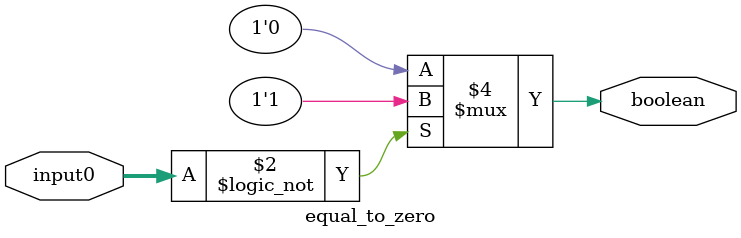
<source format=v>
`timescale 1ns / 1ps

module equal_to_zero(
    input [15:0] input0,
    output reg boolean);
	
	always @(*)
		if(input0 == 0)
			begin
				boolean = 1;
			end
		else
			begin
				boolean = 0;
			end
endmodule

</source>
